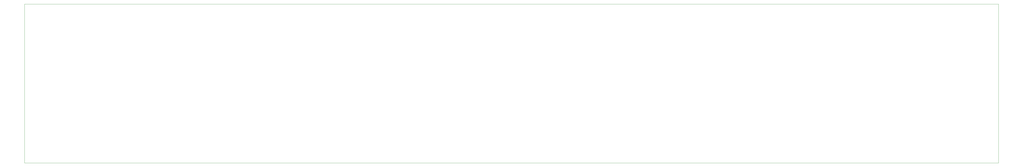
<source format=gm1>
G04 #@! TF.GenerationSoftware,KiCad,Pcbnew,6.0.5+dfsg-1~bpo11+1*
G04 #@! TF.CreationDate,2022-08-13T18:52:41+00:00*
G04 #@! TF.ProjectId,switch_board,73776974-6368-45f6-926f-6172642e6b69,0.1*
G04 #@! TF.SameCoordinates,Original*
G04 #@! TF.FileFunction,Profile,NP*
%FSLAX46Y46*%
G04 Gerber Fmt 4.6, Leading zero omitted, Abs format (unit mm)*
G04 Created by KiCad (PCBNEW 6.0.5+dfsg-1~bpo11+1) date 2022-08-13 18:52:41*
%MOMM*%
%LPD*%
G01*
G04 APERTURE LIST*
G04 #@! TA.AperFunction,Profile*
%ADD10C,0.100000*%
G04 #@! TD*
G04 APERTURE END LIST*
D10*
X417830000Y-165100000D02*
X417830000Y-99060000D01*
X13970000Y-99060000D02*
X13970000Y-165100000D01*
X13970000Y-165100000D02*
X417830000Y-165100000D01*
X417830000Y-99060000D02*
X13970000Y-99060000D01*
M02*

</source>
